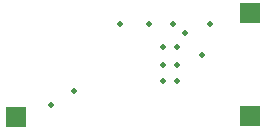
<source format=gbr>
%TF.GenerationSoftware,KiCad,Pcbnew,(5.1.8)-1*%
%TF.CreationDate,2021-01-22T21:13:55+01:00*%
%TF.ProjectId,const-curr_LT3092,636f6e73-742d-4637-9572-725f4c543330,rev?*%
%TF.SameCoordinates,Original*%
%TF.FileFunction,Copper,L3,Inr*%
%TF.FilePolarity,Positive*%
%FSLAX46Y46*%
G04 Gerber Fmt 4.6, Leading zero omitted, Abs format (unit mm)*
G04 Created by KiCad (PCBNEW (5.1.8)-1) date 2021-01-22 21:13:55*
%MOMM*%
%LPD*%
G01*
G04 APERTURE LIST*
%TA.AperFunction,ComponentPad*%
%ADD10R,1.700000X1.700000*%
%TD*%
%TA.AperFunction,ViaPad*%
%ADD11C,0.500000*%
%TD*%
G04 APERTURE END LIST*
D10*
%TO.N,GND*%
%TO.C,J2*%
X102400000Y-67300000D03*
%TD*%
%TO.N,Net-(J1-Pad1)*%
%TO.C,J1*%
X82600000Y-67400000D03*
%TD*%
%TO.N,Net-(C3-Pad2)*%
%TO.C,J3*%
X102400000Y-58600000D03*
%TD*%
D11*
%TO.N,Net-(C1-Pad2)*%
X96200000Y-64400000D03*
X95000000Y-64400000D03*
X96200000Y-63000000D03*
X95000000Y-63000000D03*
X96200000Y-61500000D03*
X95000000Y-61500000D03*
%TO.N,GND*%
X96900000Y-60300000D03*
X98300000Y-62200000D03*
%TO.N,Net-(C3-Pad2)*%
X91400000Y-59500000D03*
X93800000Y-59500000D03*
X95900000Y-59500000D03*
X99000000Y-59500000D03*
%TO.N,Net-(J1-Pad1)*%
X85500000Y-66400000D03*
X87500000Y-65200000D03*
%TD*%
M02*

</source>
